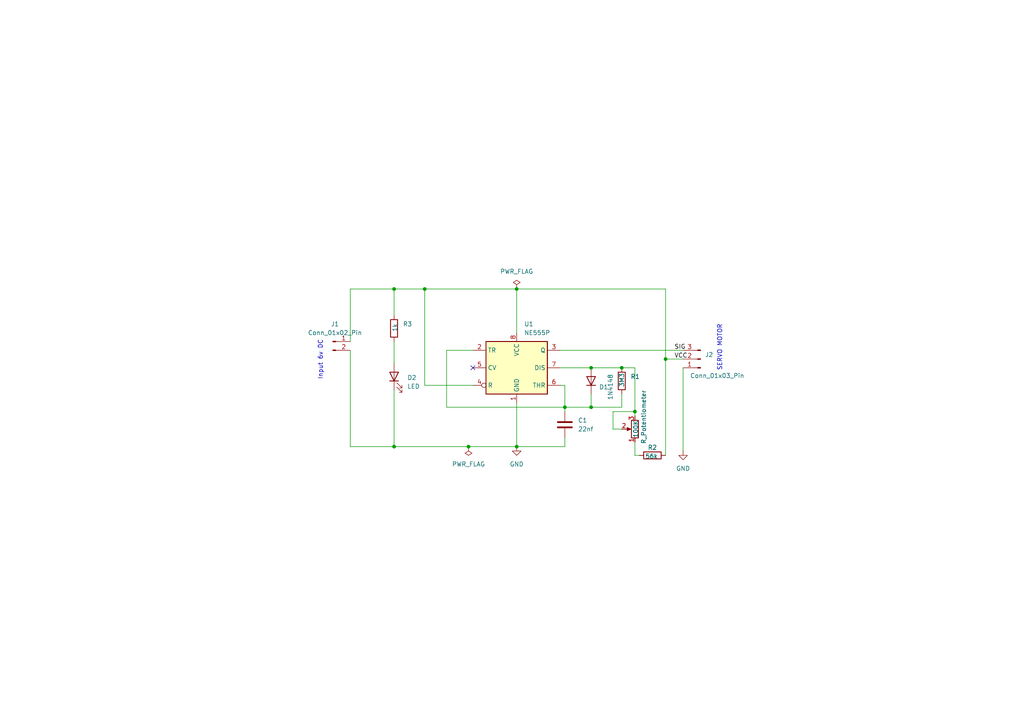
<source format=kicad_sch>
(kicad_sch (version 20250114) (generator "eeschema") (generator_version "9.0")
  (paper "A4")
  (title_block (title "SERVO_MOTOR_TESTER") (company "Muhammad Hammad ur Rehman"))
  (lib_symbols
    (symbol "Connector:Conn_01x02_Pin" (pin_names (offset 1.016) (hide yes))
      (property "Reference" "J" (at 0 2.54 0))
      (property "Value" "Conn_01x02_Pin" (at 0 -5.08 0))
      (symbol "Conn_01x02_Pin_1_1"
        (rectangle (start 0.8636 0.127) (end 0 -0.127) (stroke (width 0.1524)) (fill (type outline)))
        (rectangle (start 0.8636 -2.413) (end 0 -2.667) (stroke (width 0.1524)) (fill (type outline)))
        (polyline (pts (xy 1.27 0) (xy 0.8636 0)) (stroke (width 0.1524)))
        (polyline (pts (xy 1.27 -2.54) (xy 0.8636 -2.54)) (stroke (width 0.1524)))
        (pin passive line (at 5.08 0 180) (length 3.81) (name "Pin_1") (number "1"))
        (pin passive line (at 5.08 -2.54 180) (length 3.81) (name "Pin_2") (number "2"))
      )
    )
    (symbol "Connector:Conn_01x03_Pin" (pin_names (offset 1.016) (hide yes))
      (property "Reference" "J" (at 0 5.08 0))
      (property "Value" "Conn_01x03_Pin" (at 0 -5.08 0))
      (symbol "Conn_01x03_Pin_1_1"
        (rectangle (start 0.8636 2.667) (end 0 2.413) (stroke (width 0.1524)) (fill (type outline)))
        (rectangle (start 0.8636 0.127) (end 0 -0.127) (stroke (width 0.1524)) (fill (type outline)))
        (rectangle (start 0.8636 -2.413) (end 0 -2.667) (stroke (width 0.1524)) (fill (type outline)))
        (polyline (pts (xy 1.27 2.54) (xy 0.8636 2.54)) (stroke (width 0.1524)))
        (polyline (pts (xy 1.27 0) (xy 0.8636 0)) (stroke (width 0.1524)))
        (polyline (pts (xy 1.27 -2.54) (xy 0.8636 -2.54)) (stroke (width 0.1524)))
        (pin passive line (at 5.08 2.54 180) (length 3.81) (name "Pin_1") (number "1"))
        (pin passive line (at 5.08 0 180) (length 3.81) (name "Pin_2") (number "2"))
        (pin passive line (at 5.08 -2.54 180) (length 3.81) (name "Pin_3") (number "3"))
      )
    )
    (symbol "Device:C" (pin_numbers (hide yes)) (pin_names (offset 0.254))
      (property "Reference" "C" (at 0.635 2.54 0))
      (property "Value" "C" (at 0.635 -2.54 0))
      (symbol "C_0_1"
        (polyline (pts (xy -2.032 0.762) (xy 2.032 0.762)) (stroke (width 0.508)))
        (polyline (pts (xy -2.032 -0.762) (xy 2.032 -0.762)) (stroke (width 0.508)))
      )
      (symbol "C_1_1"
        (pin passive line (at 0 3.81 270) (length 2.794) (name "~") (number "1"))
        (pin passive line (at 0 -3.81 90) (length 2.794) (name "~") (number "2"))
      )
    )
    (symbol "Device:LED" (pin_numbers (hide yes)) (pin_names (offset 1.016) (hide yes))
      (property "Reference" "D" (at 0 2.54 0))
      (property "Value" "LED" (at 0 -2.54 0))
      (symbol "LED_0_1"
        (polyline (pts (xy -3.048 -0.762) (xy -4.572 -2.286) (xy -3.81 -2.286) (xy -4.572 -2.286) (xy -4.572 -1.524)))
        (polyline (pts (xy -1.778 -0.762) (xy -3.302 -2.286) (xy -2.54 -2.286) (xy -3.302 -2.286) (xy -3.302 -1.524)))
        (polyline (pts (xy -1.27 0) (xy 1.27 0)))
        (polyline (pts (xy -1.27 -1.27) (xy -1.27 1.27)) (stroke (width 0.254)))
        (polyline (pts (xy 1.27 -1.27) (xy 1.27 1.27) (xy -1.27 0) (xy 1.27 -1.27)) (stroke (width 0.254)))
      )
      (symbol "LED_1_1"
        (pin passive line (at -3.81 0 0) (length 2.54) (name "K") (number "1"))
        (pin passive line (at 3.81 0 180) (length 2.54) (name "A") (number "2"))
      )
    )
    (symbol "Device:R" (pin_numbers (hide yes)) (pin_names (offset 0))
      (property "Reference" "R" (at 2.032 0 90))
      (property "Value" "R" (at 0 0 90))
      (symbol "R_0_1"
        (rectangle (start -1.016 -2.54) (end 1.016 2.54) (stroke (width 0.254)))
      )
      (symbol "R_1_1"
        (pin passive line (at 0 3.81 270) (length 1.27) (name "~") (number "1"))
        (pin passive line (at 0 -3.81 90) (length 1.27) (name "~") (number "2"))
      )
    )
    (symbol "Device:R_Potentiometer" (pin_names (offset 1.016) (hide yes))
      (property "Reference" "RV" (at -4.445 0 90))
      (property "Value" "R_Potentiometer" (at -2.54 0 90))
      (symbol "R_Potentiometer_0_1"
        (rectangle (start 1.016 2.54) (end -1.016 -2.54) (stroke (width 0.254)))
        (polyline (pts (xy 1.143 0) (xy 2.286 0.508) (xy 2.286 -0.508) (xy 1.143 0)) (fill (type outline)))
        (polyline (pts (xy 2.54 0) (xy 1.524 0)))
      )
      (symbol "R_Potentiometer_1_1"
        (pin passive line (at 0 3.81 270) (length 1.27) (name "1") (number "1"))
        (pin passive line (at 0 -3.81 90) (length 1.27) (name "3") (number "3"))
        (pin passive line (at 3.81 0 180) (length 1.27) (name "2") (number "2"))
      )
    )
    (symbol "Diode:1N4148" (pin_numbers (hide yes)) (pin_names (hide yes))
      (property "Reference" "D" (at 0 2.54 0))
      (property "Value" "1N4148" (at 0 -2.54 0))
      (symbol "1N4148_0_1"
        (polyline (pts (xy -1.27 1.27) (xy -1.27 -1.27)) (stroke (width 0.254)))
        (polyline (pts (xy 1.27 1.27) (xy 1.27 -1.27) (xy -1.27 0) (xy 1.27 1.27)) (stroke (width 0.254)))
        (polyline (pts (xy 1.27 0) (xy -1.27 0)))
      )
      (symbol "1N4148_1_1"
        (pin passive line (at -3.81 0 0) (length 2.54) (name "K") (number "1"))
        (pin passive line (at 3.81 0 180) (length 2.54) (name "A") (number "2"))
      )
    )
    (symbol "Timer:NE555P"
      (property "Reference" "U" (at -10.16 8.89 0))
      (property "Value" "NE555P" (at 2.54 8.89 0))
      (symbol "NE555P_0_0"
        (pin power_in line (at 0 10.16 270) (length 2.54) (name "VCC") (number "8"))
        (pin power_in line (at 0 -10.16 90) (length 2.54) (name "GND") (number "1"))
      )
      (symbol "NE555P_0_1"
        (rectangle (start -8.89 -7.62) (end 8.89 7.62) (stroke (width 0.254)) (fill (type background)))
        (rectangle (start -8.89 -7.62) (end 8.89 7.62) (stroke (width 0.254)) (fill (type background)))
      )
      (symbol "NE555P_1_1"
        (pin input line (at -12.7 5.08 0) (length 3.81) (name "TR") (number "2"))
        (pin input line (at -12.7 0 0) (length 3.81) (name "CV") (number "5"))
        (pin input inverted (at -12.7 -5.08 0) (length 3.81) (name "R") (number "4"))
        (pin output line (at 12.7 5.08 180) (length 3.81) (name "Q") (number "3"))
        (pin input line (at 12.7 0 180) (length 3.81) (name "DIS") (number "7"))
        (pin input line (at 12.7 -5.08 180) (length 3.81) (name "THR") (number "6"))
      )
    )
    (symbol "power:GND" (power) (pin_numbers (hide yes)) (pin_names (offset 0) (hide yes))
      (property "Value" "GND" (at 0 -3.81 0))
      (symbol "GND_0_1"
        (polyline (pts (xy 0 0) (xy 0 -1.27) (xy 1.27 -1.27) (xy 0 -2.54) (xy -1.27 -1.27) (xy 0 -1.27)))
      )
      (symbol "GND_1_1"
        (pin power_in line (at 0 0 270) (length 0) (name "~") (number "1"))
      )
    )
    (symbol "power:PWR_FLAG" (power) (pin_numbers (hide yes)) (pin_names (offset 0) (hide yes))
      (property "Value" "PWR_FLAG" (at 0 3.81 0))
      (symbol "PWR_FLAG_0_0"
        (pin power_out line (at 0 0 90) (length 0) (name "~") (number "1"))
      )
      (symbol "PWR_FLAG_0_1"
        (polyline (pts (xy 0 0) (xy 0 1.27) (xy -1.016 1.905) (xy 0 2.54) (xy 1.016 1.905) (xy 0 1.27)))
      )
    )
  )
  (text "SERVO MOTOR\n" (at 208.788 100.838 90) (effects (font (size 1.27 1.27))))
  (text "Input 6v DC\n" (at 92.964 104.394 90) (effects (font (size 1.27 1.27))))
  (junction (at 180.34 106.68))
  (junction (at 171.45 106.68))
  (junction (at 114.3 129.54))
  (junction (at 135.89 129.54))
  (junction (at 123.19 83.82))
  (junction (at 163.83 118.11))
  (junction (at 184.15 119.38))
  (junction (at 149.86 83.82))
  (junction (at 114.3 83.82))
  (junction (at 193.04 104.14))
  (junction (at 149.86 129.54))
  (junction (at 171.45 118.11))
  (no_connect (at 137.16 106.68))
  (wire (pts (xy 114.3 99.06) (xy 114.3 105.41)))
  (wire (pts (xy 137.16 101.6) (xy 129.54 101.6)))
  (wire (pts (xy 171.45 114.3) (xy 171.45 118.11)))
  (wire (pts (xy 149.86 129.54) (xy 163.83 129.54)))
  (wire (pts (xy 184.15 120.65) (xy 184.15 119.38)))
  (wire (pts (xy 193.04 83.82) (xy 193.04 104.14)))
  (wire (pts (xy 193.04 104.14) (xy 198.12 104.14)))
  (wire (pts (xy 114.3 83.82) (xy 123.19 83.82)))
  (wire (pts (xy 163.83 111.76) (xy 163.83 118.11)))
  (wire (pts (xy 163.83 118.11) (xy 171.45 118.11)))
  (wire (pts (xy 162.56 101.6) (xy 198.12 101.6)))
  (wire (pts (xy 101.6 83.82) (xy 114.3 83.82)))
  (wire (pts (xy 177.8 119.38) (xy 177.8 124.46)))
  (wire (pts (xy 129.54 101.6) (xy 129.54 118.11)))
  (wire (pts (xy 101.6 83.82) (xy 101.6 99.06)))
  (wire (pts (xy 163.83 127) (xy 163.83 129.54)))
  (wire (pts (xy 149.86 116.84) (xy 149.86 129.54)))
  (wire (pts (xy 114.3 91.44) (xy 114.3 83.82)))
  (wire (pts (xy 137.16 111.76) (xy 123.19 111.76)))
  (wire (pts (xy 135.89 129.54) (xy 149.86 129.54)))
  (wire (pts (xy 114.3 113.03) (xy 114.3 129.54)))
  (wire (pts (xy 180.34 118.11) (xy 180.34 114.3)))
  (wire (pts (xy 149.86 83.82) (xy 149.86 96.52)))
  (wire (pts (xy 177.8 124.46) (xy 180.34 124.46)))
  (wire (pts (xy 198.12 106.68) (xy 198.12 130.81)))
  (wire (pts (xy 123.19 111.76) (xy 123.19 83.82)))
  (wire (pts (xy 129.54 118.11) (xy 163.83 118.11)))
  (wire (pts (xy 162.56 106.68) (xy 171.45 106.68)))
  (wire (pts (xy 171.45 118.11) (xy 180.34 118.11)))
  (wire (pts (xy 193.04 132.08) (xy 193.04 104.14)))
  (wire (pts (xy 123.19 83.82) (xy 149.86 83.82)))
  (wire (pts (xy 184.15 106.68) (xy 184.15 119.38)))
  (wire (pts (xy 184.15 128.27) (xy 184.15 132.08)))
  (wire (pts (xy 101.6 129.54) (xy 114.3 129.54)))
  (wire (pts (xy 101.6 101.6) (xy 101.6 129.54)))
  (wire (pts (xy 162.56 111.76) (xy 163.83 111.76)))
  (wire (pts (xy 171.45 106.68) (xy 180.34 106.68)))
  (wire (pts (xy 149.86 83.82) (xy 193.04 83.82)))
  (wire (pts (xy 114.3 129.54) (xy 135.89 129.54)))
  (wire (pts (xy 180.34 106.68) (xy 184.15 106.68)))
  (wire (pts (xy 177.8 119.38) (xy 184.15 119.38)))
  (wire (pts (xy 184.15 132.08) (xy 185.42 132.08)))
  (wire (pts (xy 163.83 118.11) (xy 163.83 119.38)))
  (label "SIG" (at 195.58 101.6 0))
  (label "VCC" (at 195.58 104.14 0))
  (symbol (lib_id "power:GND") (at 198.12 130.81 0) (unit 1)
    (property "Reference" "#PWR01" (effects (hide yes)))
    (property "Value" "GND" (at 198.12 135.89 0))
    (property "Description" "Power symbol creates a global label with name \"GND\" , ground" (effects (hide yes)))
  )
  (symbol (lib_id "Device:R") (at 114.3 95.25 0) (unit 1)
    (property "Reference" "R3" (at 116.84 93.9799 0) (effects (justify left)))
    (property "Value" "1k" (at 114.554 96.266 90) (effects (justify left)))
    (property "Footprint" "Resistor_THT:R_Axial_DIN0204_L3.6mm_D1.6mm_P7.62mm_Horizontal" (effects (hide yes)))
    (property "Description" "Resistor" (effects (hide yes)))
  )
  (symbol (lib_id "Connector:Conn_01x02_Pin") (at 96.52 99.06 0) (unit 1)
    (property "Reference" "J1" (at 97.155 93.98 0))
    (property "Value" "Conn_01x02_Pin" (at 97.155 96.52 0))
    (property "Footprint" "Connector_PinHeader_2.54mm:PinHeader_1x02_P2.54mm_Horizontal" (effects (hide yes)))
    (property "Description" "Generic connector, single row, 01x02, script generated" (effects (hide yes)))
  )
  (symbol (lib_id "power:PWR_FLAG") (at 149.86 83.82 0) (unit 1)
    (property "Reference" "#FLG01" (effects (hide yes)))
    (property "Value" "PWR_FLAG" (at 149.86 78.74 0))
    (property "Description" "Special symbol for telling ERC where power comes from" (effects (hide yes)))
  )
  (symbol (lib_id "power:GND") (at 149.86 129.54 0) (unit 1)
    (property "Reference" "#PWR02" (effects (hide yes)))
    (property "Value" "GND" (at 149.86 134.62 0))
    (property "Description" "Power symbol creates a global label with name \"GND\" , ground" (effects (hide yes)))
  )
  (symbol (lib_id "Timer:NE555P") (at 149.86 106.68 0) (unit 1)
    (property "Reference" "U1" (at 152.0033 93.98 0) (effects (justify left)))
    (property "Value" "NE555P" (at 152.0033 96.52 0) (effects (justify left)))
    (property "Footprint" "Package_DIP:DIP-8_W7.62mm" (effects (hide yes)))
    (property "Datasheet" "http://www.ti.com/lit/ds/symlink/ne555.pdf" (effects (hide yes)))
    (property "Description" "Precision Timers, 555 compatible,  PDIP-8" (effects (hide yes)))
  )
  (symbol (lib_id "Device:LED") (at 114.3 109.22 90) (unit 1)
    (property "Reference" "D2" (at 118.11 109.5374 90) (effects (justify right)))
    (property "Value" "LED" (at 118.11 112.0774 90) (effects (justify right)))
    (property "Footprint" "LED_THT:LED_D3.0mm" (effects (hide yes)))
    (property "Description" "Light emitting diode" (effects (hide yes)))
    (property "Sim.Pins" "1=K 2=A" (effects (hide yes)))
  )
  (symbol (lib_id "Device:R") (at 189.23 132.08 90) (unit 1)
    (property "Reference" "R2" (at 189.23 129.794 90))
    (property "Value" "56k" (at 188.976 132.334 90))
    (property "Footprint" "Resistor_THT:R_Axial_DIN0204_L3.6mm_D1.6mm_P7.62mm_Horizontal" (effects (hide yes)))
    (property "Description" "Resistor" (effects (hide yes)))
  )
  (symbol (lib_id "Device:R") (at 180.34 110.49 0) (unit 1)
    (property "Reference" "R1" (at 182.88 109.2199 0) (effects (justify left)))
    (property "Value" "3M3" (at 180.34 112.268 90) (effects (justify left)))
    (property "Footprint" "Resistor_THT:R_Axial_DIN0204_L3.6mm_D1.6mm_P7.62mm_Horizontal" (effects (hide yes)))
    (property "Description" "Resistor" (effects (hide yes)))
  )
  (symbol (lib_id "Device:R_Potentiometer") (at 184.15 124.46 180) (unit 1)
    (property "Reference" "100K" (at 184.404 127 90) (effects (justify right)))
    (property "Value" "R_Potentiometer" (at 186.69 128.778 90) (effects (justify right)))
    (property "Footprint" "Potentiometer_THT:Potentiometer_Alps_RK163_Single_Horizontal" (effects (hide yes)))
    (property "Description" "Potentiometer" (effects (hide yes)))
  )
  (symbol (lib_id "Diode:1N4148") (at 171.45 110.49 90) (unit 1)
    (property "Reference" "D1" (at 173.736 112.268 90) (effects (justify right)))
    (property "Value" "1N4148" (at 177.038 108.458 0) (effects (justify right)))
    (property "Footprint" "Diode_THT:D_DO-35_SOD27_P7.62mm_Horizontal" (effects (hide yes)))
    (property "Datasheet" "https://assets.nexperia.com/documents/data-sheet/1N4148_1N4448.pdf" (effects (hide yes)))
    (property "Description" "100V 0.15A standard switching diode, DO-35" (effects (hide yes)))
    (property "Sim.Device" "D" (effects (hide yes)))
    (property "Sim.Pins" "1=K 2=A" (effects (hide yes)))
  )
  (symbol (lib_id "power:PWR_FLAG") (at 135.89 129.54 180) (unit 1)
    (property "Reference" "#FLG02" (effects (hide yes)))
    (property "Value" "PWR_FLAG" (at 135.89 134.62 0))
    (property "Description" "Special symbol for telling ERC where power comes from" (effects (hide yes)))
  )
  (symbol (lib_id "Device:C") (at 163.83 123.19 0) (unit 1)
    (property "Reference" "C1" (at 167.64 121.9199 0) (effects (justify left)))
    (property "Value" "22nf" (at 167.64 124.4599 0) (effects (justify left)))
    (property "Footprint" "Capacitor_THT:C_Disc_D4.3mm_W1.9mm_P5.00mm" (effects (hide yes)))
    (property "Description" "Unpolarized capacitor" (effects (hide yes)))
  )
  (symbol (lib_id "Connector:Conn_01x03_Pin") (at 203.2 104.14 180) (unit 1)
    (property "Reference" "J2" (at 204.47 102.8699 0) (effects (justify right)))
    (property "Value" "Conn_01x03_Pin" (at 200.152 108.966 0) (effects (justify right)))
    (property "Footprint" "Connector_PinHeader_2.54mm:PinHeader_1x03_P2.54mm_Horizontal" (effects (hide yes)))
    (property "Description" "Generic connector, single row, 01x03, script generated" (effects (hide yes)))
  )
)
</source>
